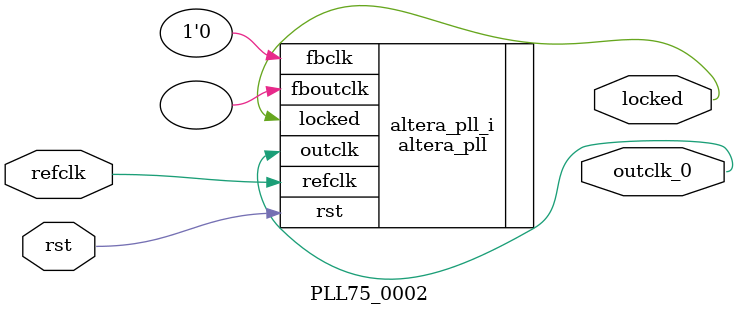
<source format=v>
`timescale 1ns/10ps
module  PLL75_0002(

	// interface 'refclk'
	input wire refclk,

	// interface 'reset'
	input wire rst,

	// interface 'outclk0'
	output wire outclk_0,

	// interface 'locked'
	output wire locked
);

	altera_pll #(
		.fractional_vco_multiplier("false"),
		.reference_clock_frequency("50.0 MHz"),
		.operation_mode("direct"),
		.number_of_clocks(1),
		.output_clock_frequency0("74.242424 MHz"),
		.phase_shift0("0 ps"),
		.duty_cycle0(50),
		.output_clock_frequency1("0 MHz"),
		.phase_shift1("0 ps"),
		.duty_cycle1(50),
		.output_clock_frequency2("0 MHz"),
		.phase_shift2("0 ps"),
		.duty_cycle2(50),
		.output_clock_frequency3("0 MHz"),
		.phase_shift3("0 ps"),
		.duty_cycle3(50),
		.output_clock_frequency4("0 MHz"),
		.phase_shift4("0 ps"),
		.duty_cycle4(50),
		.output_clock_frequency5("0 MHz"),
		.phase_shift5("0 ps"),
		.duty_cycle5(50),
		.output_clock_frequency6("0 MHz"),
		.phase_shift6("0 ps"),
		.duty_cycle6(50),
		.output_clock_frequency7("0 MHz"),
		.phase_shift7("0 ps"),
		.duty_cycle7(50),
		.output_clock_frequency8("0 MHz"),
		.phase_shift8("0 ps"),
		.duty_cycle8(50),
		.output_clock_frequency9("0 MHz"),
		.phase_shift9("0 ps"),
		.duty_cycle9(50),
		.output_clock_frequency10("0 MHz"),
		.phase_shift10("0 ps"),
		.duty_cycle10(50),
		.output_clock_frequency11("0 MHz"),
		.phase_shift11("0 ps"),
		.duty_cycle11(50),
		.output_clock_frequency12("0 MHz"),
		.phase_shift12("0 ps"),
		.duty_cycle12(50),
		.output_clock_frequency13("0 MHz"),
		.phase_shift13("0 ps"),
		.duty_cycle13(50),
		.output_clock_frequency14("0 MHz"),
		.phase_shift14("0 ps"),
		.duty_cycle14(50),
		.output_clock_frequency15("0 MHz"),
		.phase_shift15("0 ps"),
		.duty_cycle15(50),
		.output_clock_frequency16("0 MHz"),
		.phase_shift16("0 ps"),
		.duty_cycle16(50),
		.output_clock_frequency17("0 MHz"),
		.phase_shift17("0 ps"),
		.duty_cycle17(50),
		.pll_type("General"),
		.pll_subtype("General")
	) altera_pll_i (
		.rst	(rst),
		.outclk	({outclk_0}),
		.locked	(locked),
		.fboutclk	( ),
		.fbclk	(1'b0),
		.refclk	(refclk)
	);
endmodule


</source>
